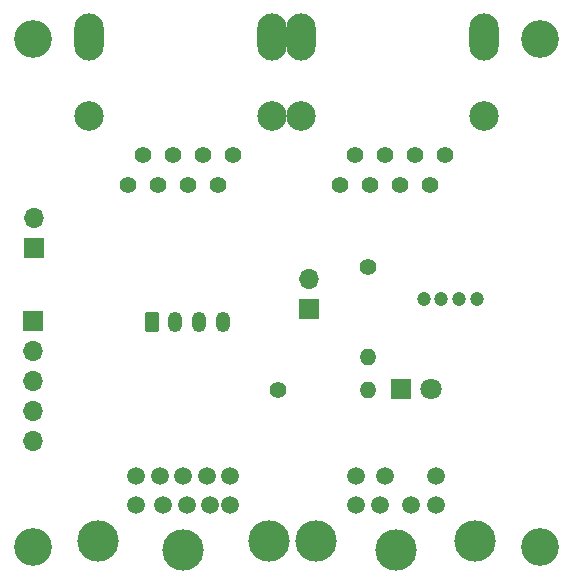
<source format=gbs>
G04 #@! TF.GenerationSoftware,KiCad,Pcbnew,6.0.11-2627ca5db0~126~ubuntu22.04.1*
G04 #@! TF.CreationDate,2023-02-24T20:08:49+01:00*
G04 #@! TF.ProjectId,mini-adapter,6d696e69-2d61-4646-9170-7465722e6b69,rev?*
G04 #@! TF.SameCoordinates,Original*
G04 #@! TF.FileFunction,Soldermask,Bot*
G04 #@! TF.FilePolarity,Negative*
%FSLAX46Y46*%
G04 Gerber Fmt 4.6, Leading zero omitted, Abs format (unit mm)*
G04 Created by KiCad (PCBNEW 6.0.11-2627ca5db0~126~ubuntu22.04.1) date 2023-02-24 20:08:49*
%MOMM*%
%LPD*%
G01*
G04 APERTURE LIST*
G04 Aperture macros list*
%AMRoundRect*
0 Rectangle with rounded corners*
0 $1 Rounding radius*
0 $2 $3 $4 $5 $6 $7 $8 $9 X,Y pos of 4 corners*
0 Add a 4 corners polygon primitive as box body*
4,1,4,$2,$3,$4,$5,$6,$7,$8,$9,$2,$3,0*
0 Add four circle primitives for the rounded corners*
1,1,$1+$1,$2,$3*
1,1,$1+$1,$4,$5*
1,1,$1+$1,$6,$7*
1,1,$1+$1,$8,$9*
0 Add four rect primitives between the rounded corners*
20,1,$1+$1,$2,$3,$4,$5,0*
20,1,$1+$1,$4,$5,$6,$7,0*
20,1,$1+$1,$6,$7,$8,$9,0*
20,1,$1+$1,$8,$9,$2,$3,0*%
G04 Aperture macros list end*
%ADD10RoundRect,0.250000X-0.350000X-0.625000X0.350000X-0.625000X0.350000X0.625000X-0.350000X0.625000X0*%
%ADD11O,1.200000X1.750000*%
%ADD12C,1.400000*%
%ADD13O,1.400000X1.400000*%
%ADD14C,2.500000*%
%ADD15O,2.500000X4.000000*%
%ADD16C,3.200000*%
%ADD17R,1.800000X1.800000*%
%ADD18C,1.800000*%
%ADD19R,1.700000X1.700000*%
%ADD20O,1.700000X1.700000*%
%ADD21C,1.500000*%
%ADD22C,3.500000*%
%ADD23C,1.200000*%
G04 APERTURE END LIST*
D10*
X124587000Y-102489000D03*
D11*
X126587000Y-102489000D03*
X128587000Y-102489000D03*
X130587000Y-102489000D03*
D12*
X142875000Y-97790000D03*
D13*
X142875000Y-105410000D03*
D12*
X131445000Y-88342000D03*
X130175000Y-90882000D03*
X128905000Y-88342000D03*
X127635000Y-90882000D03*
X126365000Y-88342000D03*
X125095000Y-90882000D03*
X123825000Y-88342000D03*
X122555000Y-90882000D03*
D14*
X134750000Y-85052000D03*
D15*
X134750000Y-78335200D03*
D14*
X119250000Y-85052000D03*
D15*
X119250000Y-78335200D03*
D16*
X114500000Y-78500000D03*
D12*
X135255000Y-108204000D03*
D13*
X142875000Y-108204000D03*
D16*
X114500000Y-121500000D03*
X157500000Y-78500000D03*
D17*
X145725000Y-108170000D03*
D18*
X148265000Y-108170000D03*
D16*
X157500000Y-121500000D03*
D19*
X137922000Y-101351000D03*
D20*
X137922000Y-98811000D03*
D19*
X114500000Y-102380000D03*
D20*
X114500000Y-104920000D03*
X114500000Y-107460000D03*
X114500000Y-110000000D03*
X114500000Y-112540000D03*
D21*
X146550000Y-118000000D03*
X143950000Y-118000000D03*
X148650000Y-118000000D03*
X141850000Y-118000000D03*
X148650000Y-115500000D03*
X144350000Y-115500000D03*
X141850000Y-115500000D03*
D22*
X138500000Y-121000000D03*
X145250000Y-121800000D03*
X152000000Y-121000000D03*
D21*
X129550000Y-118000000D03*
X127550000Y-118000000D03*
X125550000Y-118000000D03*
X131200000Y-118000000D03*
X129250000Y-115500000D03*
X127250000Y-115500000D03*
X123300000Y-118000000D03*
X131200000Y-115500000D03*
X125250000Y-115500000D03*
X123300000Y-115500000D03*
D22*
X120000000Y-121000000D03*
X127250000Y-121800000D03*
X134500000Y-121000000D03*
D12*
X149427000Y-88342000D03*
X148157000Y-90882000D03*
X146887000Y-88342000D03*
X145617000Y-90882000D03*
X144347000Y-88342000D03*
X143077000Y-90882000D03*
X141807000Y-88342000D03*
X140537000Y-90882000D03*
D15*
X152732000Y-78335200D03*
X137232000Y-78335200D03*
D14*
X137232000Y-85052000D03*
X152732000Y-85052000D03*
D23*
X147610000Y-100515000D03*
X149110000Y-100515000D03*
X150610000Y-100515000D03*
X152110000Y-100515000D03*
D19*
X114600000Y-96200000D03*
D20*
X114600000Y-93660000D03*
M02*

</source>
